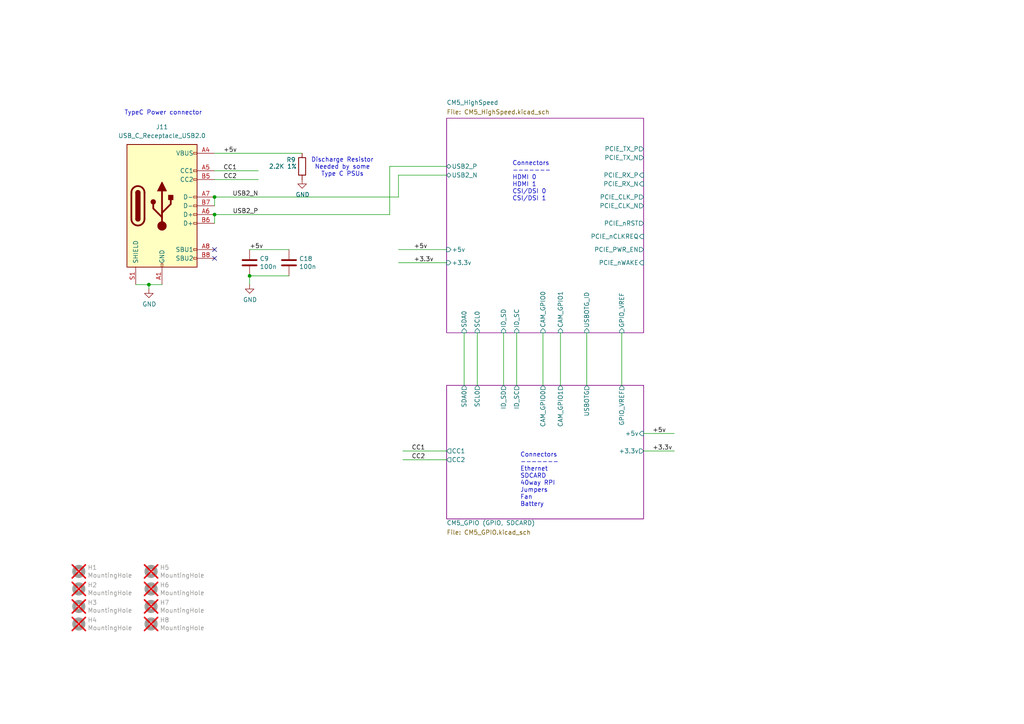
<source format=kicad_sch>
(kicad_sch (version 20250114) (generator "eeschema") (generator_version "9.0")
  (paper "A4")
  (title_block (title "Compute Module 5 IO Board - Top Level") (rev "1") (company "Copyright © 2024 Raspberry Pi Ltd.") (comment 1 "www.raspberrypi.com"))
  (lib_symbols
    (symbol "Connector:USB_C_Receptacle_USB2.0_16P" (pin_names (offset 1.016))
      (property "Reference" "J" (at 0 22.225 0))
      (property "Value" "USB_C_Receptacle_USB2.0_16P" (at 0 19.685 0))
      (symbol "USB_C_Receptacle_USB2.0_16P_0_0"
        (rectangle (start -0.254 -17.78) (end 0.254 -16.764))
        (rectangle (start 10.16 15.494) (end 9.144 14.986))
        (rectangle (start 10.16 10.414) (end 9.144 9.906))
        (rectangle (start 10.16 7.874) (end 9.144 7.366))
        (rectangle (start 10.16 2.794) (end 9.144 2.286))
        (rectangle (start 10.16 0.254) (end 9.144 -0.254))
        (rectangle (start 10.16 -2.286) (end 9.144 -2.794))
        (rectangle (start 10.16 -4.826) (end 9.144 -5.334))
        (rectangle (start 10.16 -12.446) (end 9.144 -12.954))
        (rectangle (start 10.16 -14.986) (end 9.144 -15.494))
      )
      (symbol "USB_C_Receptacle_USB2.0_16P_0_1"
        (rectangle (start -10.16 17.78) (end 10.16 -17.78) (stroke (width 0.254)) (fill (type background)))
        (polyline (pts (xy -8.89 -3.81) (xy -8.89 3.81)) (stroke (width 0.508)))
        (rectangle (start -7.62 -3.81) (end -6.35 3.81) (stroke (width 0.254)) (fill (type outline)))
        (arc (start -7.62 3.81) (mid -6.985 4.4423) (end -6.35 3.81) (stroke (width 0.254)))
        (arc (start -7.62 3.81) (mid -6.985 4.4423) (end -6.35 3.81) (stroke (width 0.254)) (fill (type outline)))
        (arc (start -8.89 3.81) (mid -6.985 5.7067) (end -5.08 3.81) (stroke (width 0.508)))
        (arc (start -5.08 -3.81) (mid -6.985 -5.7067) (end -8.89 -3.81) (stroke (width 0.508)))
        (arc (start -6.35 -3.81) (mid -6.985 -4.4423) (end -7.62 -3.81) (stroke (width 0.254)))
        (arc (start -6.35 -3.81) (mid -6.985 -4.4423) (end -7.62 -3.81) (stroke (width 0.254)) (fill (type outline)))
        (polyline (pts (xy -5.08 3.81) (xy -5.08 -3.81)) (stroke (width 0.508)))
        (circle (center -2.54 1.143) (radius 0.635) (stroke (width 0.254)) (fill (type outline)))
        (polyline (pts (xy -1.27 4.318) (xy 0 6.858) (xy 1.27 4.318) (xy -1.27 4.318)) (stroke (width 0.254)) (fill (type outline)))
        (polyline (pts (xy 0 -2.032) (xy 2.54 0.508) (xy 2.54 1.778)) (stroke (width 0.508)))
        (polyline (pts (xy 0 -3.302) (xy -2.54 -0.762) (xy -2.54 0.508)) (stroke (width 0.508)))
        (polyline (pts (xy 0 -5.842) (xy 0 4.318)) (stroke (width 0.508)))
        (circle (center 0 -5.842) (radius 1.27) (fill (type outline)))
        (rectangle (start 1.905 1.778) (end 3.175 3.048) (stroke (width 0.254)) (fill (type outline)))
      )
      (symbol "USB_C_Receptacle_USB2.0_16P_1_1"
        (pin passive line (at -7.62 -22.86 90) (length 5.08) (name "SHIELD") (number "S1"))
        (pin passive line (at 0 -22.86 90) (length 5.08) (name "GND") (number "A1"))
        (pin passive line (at 0 -22.86 90) (length 5.08) (hide yes) (name "GND") (number "A12"))
        (pin passive line (at 0 -22.86 90) (length 5.08) (hide yes) (name "GND") (number "B1"))
        (pin passive line (at 0 -22.86 90) (length 5.08) (hide yes) (name "GND") (number "B12"))
        (pin passive line (at 15.24 15.24 180) (length 5.08) (name "VBUS") (number "A4"))
        (pin passive line (at 15.24 15.24 180) (length 5.08) (hide yes) (name "VBUS") (number "A9"))
        (pin passive line (at 15.24 15.24 180) (length 5.08) (hide yes) (name "VBUS") (number "B4"))
        (pin passive line (at 15.24 15.24 180) (length 5.08) (hide yes) (name "VBUS") (number "B9"))
        (pin bidirectional line (at 15.24 10.16 180) (length 5.08) (name "CC1") (number "A5"))
        (pin bidirectional line (at 15.24 7.62 180) (length 5.08) (name "CC2") (number "B5"))
        (pin bidirectional line (at 15.24 2.54 180) (length 5.08) (name "D-") (number "A7"))
        (pin bidirectional line (at 15.24 0 180) (length 5.08) (name "D-") (number "B7"))
        (pin bidirectional line (at 15.24 -2.54 180) (length 5.08) (name "D+") (number "A6"))
        (pin bidirectional line (at 15.24 -5.08 180) (length 5.08) (name "D+") (number "B6"))
        (pin bidirectional line (at 15.24 -12.7 180) (length 5.08) (name "SBU1") (number "A8"))
        (pin bidirectional line (at 15.24 -15.24 180) (length 5.08) (name "SBU2") (number "B8"))
      )
    )
    (symbol "Device:C" (pin_numbers (hide yes)) (pin_names (offset 0.254))
      (property "Reference" "C" (at 0.635 2.54 0))
      (property "Value" "C" (at 0.635 -2.54 0))
      (symbol "C_0_1"
        (polyline (pts (xy -2.032 0.762) (xy 2.032 0.762)) (stroke (width 0.508)))
        (polyline (pts (xy -2.032 -0.762) (xy 2.032 -0.762)) (stroke (width 0.508)))
      )
      (symbol "C_1_1"
        (pin passive line (at 0 3.81 270) (length 2.794) (name "~") (number "1"))
        (pin passive line (at 0 -3.81 90) (length 2.794) (name "~") (number "2"))
      )
    )
    (symbol "Device:R" (pin_numbers (hide yes)) (pin_names (offset 0))
      (property "Reference" "R" (at 2.032 0 90))
      (property "Value" "R" (at 0 0 90))
      (symbol "R_0_1"
        (rectangle (start -1.016 -2.54) (end 1.016 2.54) (stroke (width 0.254)))
      )
      (symbol "R_1_1"
        (pin passive line (at 0 3.81 270) (length 1.27) (name "~") (number "1"))
        (pin passive line (at 0 -3.81 90) (length 1.27) (name "~") (number "2"))
      )
    )
    (symbol "Mechanical:MountingHole" (pin_names (offset 1.016))
      (property "Reference" "H" (at 0 5.08 0))
      (property "Value" "MountingHole" (at 0 3.175 0))
      (symbol "MountingHole_0_1"
        (circle (center 0 0) (radius 1.27) (stroke (width 1.27)))
      )
    )
    (symbol "power:GND" (power) (pin_numbers (hide yes)) (pin_names (offset 0) (hide yes))
      (property "Value" "GND" (at 0 -3.81 0))
      (symbol "GND_0_1"
        (polyline (pts (xy 0 0) (xy 0 -1.27) (xy 1.27 -1.27) (xy 0 -2.54) (xy -1.27 -1.27) (xy 0 -1.27)))
      )
      (symbol "GND_1_1"
        (pin power_in line (at 0 0 270) (length 0) (name "~") (number "1"))
      )
    )
  )
  (text "Connectors\n-------\nEthernet\nSDCARD\n40way RPI\nJumpers\nFan\nBattery" (at 150.876 147.066 0) (effects (font (size 1.27 1.27)) (justify left bottom)))
  (text "Discharge Resistor\nNeeded by some\nType C PSUs" (at 99.314 48.514 0) (effects (font (size 1.27 1.27))))
  (text "TypeC Power connector" (at 36.068 33.528 0) (effects (font (size 1.27 1.27)) (justify left bottom)))
  (text "Connectors\n-------\nHDMI 0\nHDMI 1\nCSI/DSI 0\nCSI/DSI 1" (at 148.59 58.42 0) (effects (font (size 1.27 1.27)) (justify left bottom)))
  (junction (at 43.18 82.55))
  (junction (at 72.39 80.01))
  (junction (at 62.23 62.23))
  (junction (at 62.23 57.15))
  (no_connect (at 62.23 74.93))
  (no_connect (at 62.23 72.39))
  (wire (pts (xy 115.57 76.2) (xy 129.54 76.2)))
  (wire (pts (xy 186.69 130.81) (xy 195.58 130.81)))
  (wire (pts (xy 180.34 96.52) (xy 180.34 111.76)))
  (wire (pts (xy 113.03 48.26) (xy 129.54 48.26)))
  (wire (pts (xy 62.23 52.07) (xy 74.93 52.07)))
  (wire (pts (xy 115.57 57.15) (xy 115.57 50.8)))
  (wire (pts (xy 43.18 83.82) (xy 43.18 82.55)))
  (wire (pts (xy 134.62 96.52) (xy 134.62 111.76)))
  (wire (pts (xy 72.39 80.01) (xy 83.82 80.01)))
  (wire (pts (xy 62.23 62.23) (xy 113.03 62.23)))
  (wire (pts (xy 149.86 96.52) (xy 149.86 111.76)))
  (wire (pts (xy 138.43 96.52) (xy 138.43 111.76)))
  (wire (pts (xy 116.84 133.35) (xy 129.54 133.35)))
  (wire (pts (xy 157.48 96.52) (xy 157.48 111.76)))
  (wire (pts (xy 113.03 48.26) (xy 113.03 62.23)))
  (wire (pts (xy 162.56 96.52) (xy 162.56 111.76)))
  (wire (pts (xy 72.39 80.01) (xy 72.39 82.55)))
  (wire (pts (xy 170.18 96.52) (xy 170.18 111.76)))
  (wire (pts (xy 62.23 44.45) (xy 87.63 44.45)))
  (wire (pts (xy 62.23 62.23) (xy 62.23 64.77)))
  (wire (pts (xy 72.39 72.39) (xy 83.82 72.39)))
  (wire (pts (xy 43.18 82.55) (xy 46.99 82.55)))
  (wire (pts (xy 39.37 82.55) (xy 43.18 82.55)))
  (wire (pts (xy 62.23 49.53) (xy 74.93 49.53)))
  (wire (pts (xy 146.05 96.52) (xy 146.05 111.76)))
  (wire (pts (xy 186.69 125.73) (xy 195.58 125.73)))
  (wire (pts (xy 62.23 57.15) (xy 62.23 59.69)))
  (wire (pts (xy 116.84 130.81) (xy 129.54 130.81)))
  (wire (pts (xy 115.57 72.39) (xy 129.54 72.39)))
  (wire (pts (xy 115.57 50.8) (xy 129.54 50.8)))
  (wire (pts (xy 62.23 57.15) (xy 115.57 57.15)))
  (label "+5v" (at 72.39 72.39 0))
  (label "CC1" (at 119.38 130.81 0))
  (label "CC2" (at 119.38 133.35 0))
  (label "+5v" (at 189.23 125.73 0))
  (label "+5v" (at 120.015 72.39 0))
  (label "USB2_P" (at 74.93 62.23 180))
  (label "CC1" (at 64.77 49.53 0))
  (label "USB2_N" (at 74.93 57.15 180))
  (label "+3.3v" (at 189.23 130.81 0))
  (label "+3.3v" (at 120.015 76.2 0))
  (label "CC2" (at 64.77 52.07 0))
  (label "+5v" (at 64.77 44.45 0))
  (symbol (lib_id "Mechanical:MountingHole") (at 22.86 180.975 0) (unit 1) (exclude_from_sim yes) (in_bom no) (dnp yes)
    (property "Reference" "H4" (at 25.4 179.832 0) (effects (justify left)))
    (property "Value" "MountingHole" (at 25.4 182.118 0) (effects (justify left)))
    (property "Footprint" "CM5IO:MountingHole_2.7mm_M2.5_DIN965" (effects (hide yes)))
    (property "Field4" "nf" (effects (hide yes)))
    (property "Field5" "nf" (effects (hide yes)))
    (property "Field6" "nf" (effects (hide yes)))
    (property "Field7" "nf" (effects (hide yes)))
    (property "Part Description" "M2.5 mounting hole" (effects (hide yes)))
  )
  (symbol (lib_id "Mechanical:MountingHole") (at 22.86 175.895 0) (unit 1) (exclude_from_sim yes) (in_bom no) (dnp yes)
    (property "Reference" "H3" (at 25.4 174.752 0) (effects (justify left)))
    (property "Value" "MountingHole" (at 25.4 177.038 0) (effects (justify left)))
    (property "Footprint" "CM5IO:MountingHole_2.7mm_M2.5_DIN965" (effects (hide yes)))
    (property "Field4" "nf" (effects (hide yes)))
    (property "Field5" "nf" (effects (hide yes)))
    (property "Field6" "nf" (effects (hide yes)))
    (property "Field7" "nf" (effects (hide yes)))
    (property "Part Description" "M2.5 mounting hole" (effects (hide yes)))
  )
  (symbol (lib_id "Mechanical:MountingHole") (at 22.86 170.815 0) (unit 1) (exclude_from_sim yes) (in_bom no) (dnp yes)
    (property "Reference" "H2" (at 25.4 169.672 0) (effects (justify left)))
    (property "Value" "MountingHole" (at 25.4 171.958 0) (effects (justify left)))
    (property "Footprint" "CM5IO:MountingHole_2.7mm_M2.5_DIN965" (effects (hide yes)))
    (property "Field4" "nf" (effects (hide yes)))
    (property "Field5" "nf" (effects (hide yes)))
    (property "Field6" "nf" (effects (hide yes)))
    (property "Field7" "nf" (effects (hide yes)))
    (property "Part Description" "M2.5 mounting hole" (effects (hide yes)))
  )
  (symbol (lib_id "Mechanical:MountingHole") (at 22.86 165.735 0) (unit 1) (exclude_from_sim yes) (in_bom no) (dnp yes)
    (property "Reference" "H1" (at 25.4 164.592 0) (effects (justify left)))
    (property "Value" "MountingHole" (at 25.4 166.878 0) (effects (justify left)))
    (property "Footprint" "CM5IO:MountingHole_2.7mm_M2.5_DIN965" (effects (hide yes)))
    (property "Field4" "nf" (effects (hide yes)))
    (property "Field5" "nf" (effects (hide yes)))
    (property "Field6" "nf" (effects (hide yes)))
    (property "Field7" "nf" (effects (hide yes)))
    (property "Part Description" "M2.5 mounting hole" (effects (hide yes)))
  )
  (symbol (lib_id "Mechanical:MountingHole") (at 43.815 165.735 0) (unit 1) (exclude_from_sim yes) (in_bom no) (dnp yes)
    (property "Reference" "H5" (at 46.355 164.592 0) (effects (justify left)))
    (property "Value" "MountingHole" (at 46.355 166.878 0) (effects (justify left)))
    (property "Footprint" "CM5IO:MountingHole_2.7mm_M2.5_DIN965" (effects (hide yes)))
    (property "Field4" "nf" (effects (hide yes)))
    (property "Field5" "nf" (effects (hide yes)))
    (property "Field6" "nf" (effects (hide yes)))
    (property "Field7" "nf" (effects (hide yes)))
    (property "Part Description" "M2.5 mounting hole" (effects (hide yes)))
  )
  (symbol (lib_id "Mechanical:MountingHole") (at 43.815 180.975 0) (unit 1) (exclude_from_sim yes) (in_bom no) (dnp yes)
    (property "Reference" "H8" (at 46.355 179.832 0) (effects (justify left)))
    (property "Value" "MountingHole" (at 46.355 182.118 0) (effects (justify left)))
    (property "Footprint" "CM5IO:MountingHole_2.7mm_M2.5_DIN965" (effects (hide yes)))
    (property "Field4" "nf" (effects (hide yes)))
    (property "Field5" "nf" (effects (hide yes)))
    (property "Field6" "nf" (effects (hide yes)))
    (property "Field7" "nf" (effects (hide yes)))
    (property "Part Description" "M2.5 mounting hole" (effects (hide yes)))
  )
  (symbol (lib_id "Mechanical:MountingHole") (at 43.815 175.895 0) (unit 1) (exclude_from_sim yes) (in_bom no) (dnp yes)
    (property "Reference" "H7" (at 46.355 174.752 0) (effects (justify left)))
    (property "Value" "MountingHole" (at 46.355 177.038 0) (effects (justify left)))
    (property "Footprint" "CM5IO:MountingHole_2.7mm_M2.5_DIN965" (effects (hide yes)))
    (property "Field4" "nf" (effects (hide yes)))
    (property "Field5" "nf" (effects (hide yes)))
    (property "Field6" "nf" (effects (hide yes)))
    (property "Field7" "nf" (effects (hide yes)))
    (property "Part Description" "M2.5 mounting hole" (effects (hide yes)))
  )
  (symbol (lib_id "Mechanical:MountingHole") (at 43.815 170.815 0) (unit 1) (exclude_from_sim yes) (in_bom no) (dnp yes)
    (property "Reference" "H6" (at 46.355 169.672 0) (effects (justify left)))
    (property "Value" "MountingHole" (at 46.355 171.958 0) (effects (justify left)))
    (property "Footprint" "CM5IO:MountingHole_2.7mm_M2.5_DIN965" (effects (hide yes)))
    (property "Field4" "nf" (effects (hide yes)))
    (property "Field5" "nf" (effects (hide yes)))
    (property "Field6" "nf" (effects (hide yes)))
    (property "Field7" "nf" (effects (hide yes)))
    (property "Part Description" "M2.5 mounting hole" (effects (hide yes)))
  )
  (symbol (lib_id "power:GND") (at 87.63 52.07 0) (unit 1)
    (property "Reference" "#PWR031" (effects (hide yes)))
    (property "Value" "GND" (at 87.757 56.4642 0))
    (property "Description" "Power symbol creates a global label with name \"GND\" , ground" (effects (hide yes)))
  )
  (symbol (lib_id "Device:C") (at 83.82 76.2 0) (unit 1)
    (property "Reference" "C18" (at 86.741 75.0316 0) (effects (justify left)))
    (property "Value" "100n" (at 86.741 77.343 0) (effects (justify left)))
    (property "Footprint" "Capacitor_SMD:C_0402_1005Metric" (effects (hide yes)))
    (property "Datasheet" "https://search.murata.co.jp/Ceramy/image/img/A01X/G101/ENG/GRM155R71C104KA88-01.pdf" (effects (hide yes)))
    (property "Field4" "Farnell" (effects (hide yes)))
    (property "Field5" "2611911" (effects (hide yes)))
    (property "Field6" "RM EMK105 B7104KV-F" (effects (hide yes)))
    (property "Field7" "TAIYO YUDEN EUROPE GMBH" (effects (hide yes)))
    (property "Field8" "110091611" (effects (hide yes)))
    (property "Part Description" "	0.1uF 10% 16V Ceramic Capacitor X7R 0402 (1005 Metric)" (effects (hide yes)))
  )
  (symbol (lib_id "Connector:USB_C_Receptacle_USB2.0_16P") (at 46.99 59.69 0) (unit 1)
    (property "Reference" "J11" (at 46.99 36.83 0))
    (property "Value" "USB_C_Receptacle_USB2.0" (at 46.99 39.37 0))
    (property "Footprint" "Connector_USB:USB_C_Receptacle_GCT_USB4105-xx-A_16P_TopMnt_Horizontal" (effects (hide yes)))
    (property "Datasheet" "https://www.usb.org/sites/default/files/documents/usb_type-c.zip" (effects (hide yes)))
    (property "Field5" "USBF31-0171" (effects (hide yes)))
    (property "Field6" "USBF31-0171" (effects (hide yes)))
    (property "Field7" "MTCONN" (effects (hide yes)))
    (property "Part Description" "USBC USB2 data and power connector" (effects (hide yes)))
  )
  (symbol (lib_id "Device:R") (at 87.63 48.26 0) (unit 1)
    (property "Reference" "R9" (at 83.058 46.355 0) (effects (justify left)))
    (property "Value" "2.2K 1%" (at 77.978 48.26 0) (effects (justify left)))
    (property "Footprint" "Resistor_SMD:R_0402_1005Metric" (effects (hide yes)))
    (property "Datasheet" "https://fscdn.rohm.com/en/products/databook/datasheet/passive/resistor/chip_resistor/mcr-e.pdf" (effects (hide yes)))
    (property "Field4" "Farnell" (effects (hide yes)))
    (property "Part Description" "Resistor 2.2K M1005 1% 63mW" (effects (hide yes)))
  )
  (symbol (lib_id "Device:C") (at 72.39 76.2 0) (unit 1)
    (property "Reference" "C9" (at 75.311 75.0316 0) (effects (justify left)))
    (property "Value" "100n" (at 75.311 77.343 0) (effects (justify left)))
    (property "Footprint" "Capacitor_SMD:C_0402_1005Metric" (effects (hide yes)))
    (property "Datasheet" "https://search.murata.co.jp/Ceramy/image/img/A01X/G101/ENG/GRM155R71C104KA88-01.pdf" (effects (hide yes)))
    (property "Field4" "Farnell" (effects (hide yes)))
    (property "Field5" "2611911" (effects (hide yes)))
    (property "Field6" "RM EMK105 B7104KV-F" (effects (hide yes)))
    (property "Field7" "TAIYO YUDEN EUROPE GMBH" (effects (hide yes)))
    (property "Field8" "110091611" (effects (hide yes)))
    (property "Part Description" "	0.1uF 10% 16V Ceramic Capacitor X7R 0402 (1005 Metric)" (effects (hide yes)))
  )
  (symbol (lib_id "power:GND") (at 43.18 83.82 0) (unit 1)
    (property "Reference" "#PWR02" (effects (hide yes)))
    (property "Value" "GND" (at 43.307 88.2142 0))
    (property "Description" "Power symbol creates a global label with name \"GND\" , ground" (effects (hide yes)))
  )
  (symbol (lib_id "power:GND") (at 72.39 82.55 0) (unit 1)
    (property "Reference" "#PWR013" (effects (hide yes)))
    (property "Value" "GND" (at 72.517 86.9442 0))
    (property "Description" "Power symbol creates a global label with name \"GND\" , ground" (effects (hide yes)))
  )
  (sheet (at 129.54 111.76) (size 57.15 38.735) (stroke (width 0.1524) (color 132 0 132 1)) (fill (color 255 255 255 0.0000))
    (property "Sheetname" "CM5_GPIO (GPIO, SDCARD)" (at 129.54 152.4 0) (effects (justify left bottom)))
    (property "Sheetfile" "CM5_GPIO.kicad_sch" (at 129.54 153.67 0) (effects (justify left top)))
    (pin "ID_SC" output (at 149.86 111.76 90))
    (pin "ID_SD" output (at 146.05 111.76 90))
    (pin "SCL0" output (at 138.43 111.76 90))
    (pin "SDA0" output (at 134.62 111.76 90))
    (pin "+5v" input (at 186.69 125.73 0))
    (pin "+3.3v" output (at 186.69 130.81 0))
    (pin "GPIO_VREF" output (at 180.34 111.76 90))
    (pin "CAM_GPIO0" output (at 157.48 111.76 90))
    (pin "CAM_GPIO1" output (at 162.56 111.76 90))
    (pin "CC1" output (at 129.54 130.81 180))
    (pin "USBOTG" output (at 170.18 111.76 90))
    (pin "CC2" output (at 129.54 133.35 180))
  )
  (sheet (at 129.54 34.29) (size 57.15 62.23) (stroke (width 0.1524) (color 132 0 132 1)) (fill (color 255 255 255 0.0000))
    (property "Sheetname" "CM5_HighSpeed" (at 129.54 30.48 0) (effects (justify left bottom)))
    (property "Sheetfile" "CM5_HighSpeed.kicad_sch" (at 129.54 31.75 0) (effects (justify left top)))
    (pin "USB2_N" bidirectional (at 129.54 50.8 180))
    (pin "USB2_P" bidirectional (at 129.54 48.26 180))
    (pin "ID_SC" input (at 149.86 96.52 270))
    (pin "ID_SD" input (at 146.05 96.52 270))
    (pin "SCL0" input (at 138.43 96.52 270))
    (pin "SDA0" input (at 134.62 96.52 270))
    (pin "+5v" input (at 129.54 72.39 180))
    (pin "PCIE_CLK_P" output (at 186.69 57.15 0))
    (pin "PCIE_CLK_N" output (at 186.69 59.69 0))
    (pin "PCIE_TX_P" output (at 186.69 43.18 0))
    (pin "PCIE_TX_N" output (at 186.69 45.72 0))
    (pin "PCIE_nRST" output (at 186.69 64.77 0))
    (pin "PCIE_RX_P" input (at 186.69 50.8 0))
    (pin "PCIE_RX_N" input (at 186.69 53.34 0))
    (pin "PCIE_nCLKREQ" input (at 186.69 68.58 0))
    (pin "+3.3v" input (at 129.54 76.2 180))
    (pin "USBOTG_ID" input (at 170.18 96.52 270))
    (pin "GPIO_VREF" input (at 180.34 96.52 270))
    (pin "PCIE_PWR_EN" output (at 186.69 72.39 0))
    (pin "PCIE_nWAKE" input (at 186.69 76.2 0))
    (pin "CAM_GPIO0" input (at 157.48 96.52 270))
    (pin "CAM_GPIO1" input (at 162.56 96.52 270))
  )
)
</source>
